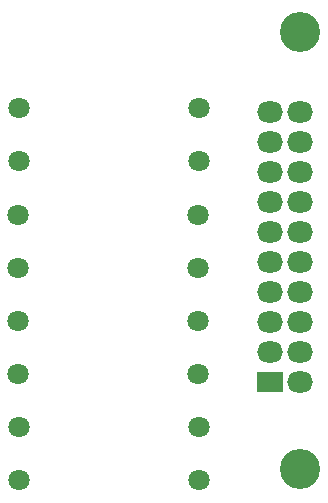
<source format=gbs>
G04*
G04 #@! TF.GenerationSoftware,Altium Limited,Altium Designer,18.1.9 (240)*
G04*
G04 Layer_Color=16711935*
%FSLAX44Y44*%
%MOMM*%
G71*
G01*
G75*
%ADD16C,1.8000*%
%ADD17R,2.2000X1.8000*%
%ADD18O,2.2000X1.8000*%
%ADD19O,2.2032X1.8032*%
%ADD20O,2.2040X1.8040*%
%ADD21C,3.4000*%
D16*
X271680Y580000D02*
D03*
X424080D02*
D03*
Y625000D02*
D03*
X271680D02*
D03*
X423820Y670000D02*
D03*
X271420D02*
D03*
Y715000D02*
D03*
X423820D02*
D03*
Y760000D02*
D03*
X271420D02*
D03*
Y805000D02*
D03*
X423820D02*
D03*
X271680Y850000D02*
D03*
X424080D02*
D03*
Y895000D02*
D03*
X271680D02*
D03*
D17*
X484600Y663000D02*
D03*
D18*
Y688400D02*
D03*
Y739200D02*
D03*
Y764600D02*
D03*
Y790000D02*
D03*
Y815400D02*
D03*
Y840800D02*
D03*
Y866200D02*
D03*
Y891600D02*
D03*
X510000Y663000D02*
D03*
Y688400D02*
D03*
Y739200D02*
D03*
Y764600D02*
D03*
Y790000D02*
D03*
Y815400D02*
D03*
Y840800D02*
D03*
Y866200D02*
D03*
Y891600D02*
D03*
D19*
X484600Y713800D02*
D03*
D20*
X510000D02*
D03*
D21*
Y590000D02*
D03*
Y960000D02*
D03*
M02*

</source>
